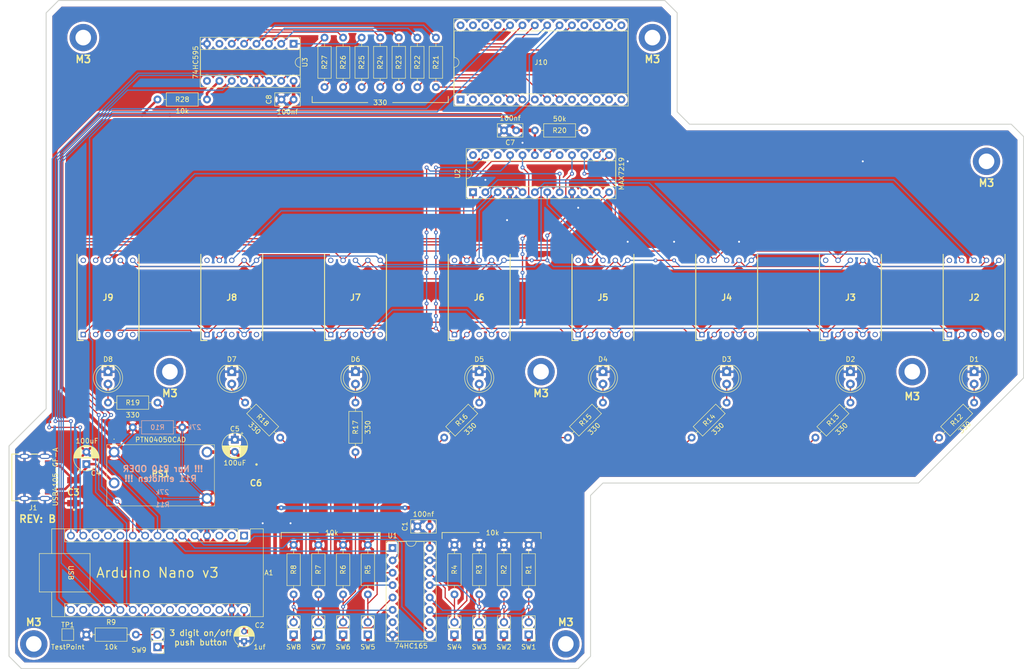
<source format=kicad_pcb>
(kicad_pcb (version 20221018) (generator pcbnew)
  (title_block (title "8bit Addierer") (date "2023-10-29") (rev "B"))
  (layers (0 "F.Cu" signal) (31 "B.Cu" signal) (34 "B.Paste" user) (35 "F.Paste" user) (36 "B.SilkS" user "B.Silkscreen") (37 "F.SilkS" user "F.Silkscreen") (38 "B.Mask" user) (39 "F.Mask" user) (44 "Edge.Cuts" user))
  (net 0 "")
  (net 4 "GNDREF")
  (net 5 "Net-(A1-D2)")
  (net 6 "Net-(A1-D3)")
  (net 7 "Net-(A1-D4)")
  (net 8 "Net-(A1-D5)")
  (net 9 "Net-(A1-D6)")
  (net 10 "Net-(A1-D7)")
  (net 11 "Net-(A1-D11)")
  (net 12 "Net-(A1-D12)")
  (net 13 "Net-(A1-D13)")
  (net 16 "Net-(A1-A3)")
  (net 21 "+5V")
  (net 24 "Net-(D1-A)")
  (net 25 "Net-(D2-A)")
  (net 26 "Net-(D3-A)")
  (net 27 "Net-(D4-A)")
  (net 28 "Net-(D5-A)")
  (net 29 "Net-(D6-A)")
  (net 30 "Net-(D7-A)")
  (net 31 "Net-(D8-A)")
  (net 32 "+6V")
  (net 33 "Net-(U1-D0)")
  (net 34 "Net-(U1-D1)")
  (net 35 "Net-(U1-D2)")
  (net 36 "Net-(U1-D3)")
  (net 37 "Net-(U1-D4)")
  (net 38 "Net-(U1-D5)")
  (net 39 "Net-(U1-D6)")
  (net 40 "Net-(U1-D7)")
  (net 41 "Net-(U2-ISET)")
  (net 44 "Net-(U2-DIG_0)")
  (net 45 "Net-(U2-DIG_4)")
  (net 46 "Net-(U2-DIG_6)")
  (net 47 "Net-(U2-DIG_2)")
  (net 48 "Net-(U2-DIG_3)")
  (net 49 "Net-(U2-DIG_7)")
  (net 50 "Net-(U2-DIG_5)")
  (net 51 "Net-(U2-DIG_1)")
  (net 54 "Net-(U2-SEG_E)")
  (net 55 "Net-(U2-SEG_D)")
  (net 56 "Net-(U2-SEG_C)")
  (net 58 "Net-(U2-SEG_B)")
  (net 59 "Net-(U2-SEG_A)")
  (net 60 "Net-(U2-SEG_F)")
  (net 78 "Net-(A1-A0)")
  (net 79 "Net-(A1-A1)")
  (net 80 "Net-(A1-A2)")
  (net 89 "Net-(U3-QE)")
  (net 91 "Net-(U3-QD)")
  (net 92 "Net-(U3-QC)")
  (net 106 "Net-(J10-Pad5)")
  (net 107 "Net-(J10-Pad6)")
  (net 109 "Net-(J10-Pad8)")
  (net 110 "Net-(J10-Pad9)")
  (net 119 "Net-(J10-Pad19)")
  (net 120 "Net-(J10-Pad22)")
  (net 121 "Net-(J10-Pad23)")
  (net 126 "Net-(U3-QG)")
  (net 127 "Net-(U3-QB)")
  (net 128 "Net-(U3-QF)")
  (net 129 "Net-(U3-QA)")
  (net 130 "Net-(U3-~{SRCLR})")
  (footprint "MountingHole:MountingHole_3.2mm_M3_DIN965_Pad" (layer "F.Cu") (at 58.42 30.48)
    (fp_text reference "H1" hide)
    (fp_text value "MountingHole_Pad")
  )
  (footprint "Resistor_THT:R_Axial_DIN0207_L6.3mm_D2.5mm_P10.16mm_Horizontal" (layer "F.Cu") (at 73.66 43.18)
    (fp_text reference "R28")
    (fp_text value "10k")
  )
  (footprint "LED_THT:LED_D5.0mm" (layer "F.Cu") (at 63.5 99.06 -90)
    (fp_text reference "D8")
    (fp_text value "LED")
  )
  (footprint "Connector_PinHeader_2.54mm:PinHeader_1x02_P2.54mm_Vertical" (layer "F.Cu") (at 101.6 153.035 180)
    (fp_text reference "SW8")
    (fp_text value "SW_Push")
  )
  (footprint "Capacitor_THT:CP_Radial_D5.0mm_P2.50mm" (layer "F.Cu") (at 89.535 113.03 -90)
    (fp_text reference "C5")
    (fp_text value "100uF")
  )
  (footprint "Resistor_THT:R_Axial_DIN0207_L6.3mm_D2.5mm_P10.16mm_Horizontal" (layer "F.Cu") (at 123.19 40.64 90)
    (fp_text reference "R23")
    (fp_text value "330" hide)
  )
  (footprint "Resistor_THT:R_Axial_DIN0207_L6.3mm_D2.5mm_P10.16mm_Horizontal" (layer "F.Cu") (at 119.38 40.64 90)
    (fp_text reference "R24")
    (fp_text value "330" hide)
  )
  (footprint "MountingHole:MountingHole_3.2mm_M3_DIN965_Pad" (layer "F.Cu") (at 228.6 99.06)
    (fp_text reference "H6" hide)
    (fp_text value "MountingHole_Pad")
  )
  (footprint "Capacitor_THT:CP_Radial_D5.0mm_P2.50mm" (layer "F.Cu") (at 59.055 118.045113 90)
    (fp_text reference "C4")
    (fp_text value "100uF")
  )
  (footprint "Capacitor_THT:C_Disc_D5.0mm_W2.5mm_P2.50mm" (layer "F.Cu") (at 147.3 49.53 180)
    (fp_text reference "C7")
    (fp_text value "100nf")
  )
  (footprint "Connector_PinHeader_2.54mm:PinHeader_1x02_P2.54mm_Vertical" (layer "F.Cu") (at 134.62 153.035 180)
    (fp_text reference "SW4")
    (fp_text value "SW_Push")
  )
  (footprint "LED_THT:LED_D5.0mm" (layer "F.Cu") (at 215.9 99.06 -90)
    (fp_text reference "D2")
    (fp_text value "LED")
  )
  (footprint "Resistor_THT:R_Axial_DIN0207_L6.3mm_D2.5mm_P10.16mm_Horizontal" (layer "F.Cu") (at 130.81 40.64 90)
    (fp_text reference "R21")
    (fp_text value "330" hide)
  )
  (footprint "Resistor_THT:R_Axial_DIN0207_L6.3mm_D2.5mm_P10.16mm_Horizontal" (layer "F.Cu") (at 241.3 105.41 -135)
    (fp_text reference "R12")
    (fp_text value "330")
  )
  (footprint "Capacitor_THT:C_Disc_D5.0mm_W2.5mm_P2.50mm" (layer "F.Cu") (at 129.51 130.82 180)
    (fp_text reference "C1")
    (fp_text value "100nf")
  )
  (footprint "SamacSys:DIPS1524W50P254L1270H370Q10N" (layer "F.Cu") (at 160.02 91.44 90)
    (fp_text reference "J5")
    (fp_text value "110-87-610-41-001101" hide)
  )
  (footprint "MountingHole:MountingHole_3.2mm_M3_DIN965_Pad" (layer "F.Cu") (at 152.4 99.06)
    (fp_text reference "H4" hide)
    (fp_text value "MountingHole_Pad")
  )
  (footprint "Resistor_THT:R_Axial_DIN0207_L6.3mm_D2.5mm_P10.16mm_Horizontal" (layer "F.Cu") (at 134.62 134.62 -90)
    (fp_text reference "R4")
    (fp_text value "10k")
  )
  (footprint "MountingHole:MountingHole_3.2mm_M3_DIN965_Pad" (layer "F.Cu") (at 48.26 154.94)
    (fp_text reference "H7" hide)
    (fp_text value "MountingHole_Pad")
  )
  (footprint "LED_THT:LED_D5.0mm" (layer "F.Cu") (at 114.3 99.06 -90)
    (fp_text reference "D6")
    (fp_text value "LED")
  )
  (footprint "SamacSys:DIPS1524W50P254L1270H370Q10N" (layer "F.Cu") (at 210.82 91.44 90)
    (fp_text reference "J3")
    (fp_text value "110-87-610-41-001101" hide)
  )
  (footprint "Connector_PinHeader_2.54mm:PinHeader_1x02_P2.54mm_Vertical" (layer "F.Cu") (at 73.66 155.575 180)
    (fp_text reference "SW9")
    (fp_text value "SW_Push" hide)
  )
  (footprint "SamacSys:DIPS1524W50P254L1270H370Q10N" (layer "F.Cu") (at 236.22 91.44 90)
    (fp_text reference "J2")
    (fp_text value "110-87-610-41-001101" hide)
  )
  (footprint "Package_DIP:DIP-28_W15.24mm_Socket" (layer "F.Cu") (at 135.875 43.185 90)
    (fp_text reference "J10")
    (fp_text value "110-87-628-41-001101")
  )
  (footprint "LED_THT:LED_D5.0mm" (layer "F.Cu") (at 241.3 99.06 -90)
    (fp_text reference "D1")
    (fp_text value "LED")
  )
  (footprint "SamacSys:DIPS1524W50P254L1270H370Q10N" (layer "F.Cu") (at 134.62 91.44 90)
    (fp_text reference "J6")
    (fp_text value "110-87-610-41-001101" hide)
  )
  (footprint "Package_DIP:DIP-16_W7.62mm_Socket" (layer "F.Cu") (at 121.92 135.255)
    (fp_text reference "U1")
    (fp_text value "74HC165")
  )
  (footprint "LED_THT:LED_D5.0mm" (layer "F.Cu") (at 139.7 99.06 -90)
    (fp_text reference "D5")
    (fp_text value "LED")
  )
  (footprint "Resistor_THT:R_Axial_DIN0207_L6.3mm_D2.5mm_P10.16mm_Horizontal" (layer "F.Cu") (at 101.6 134.62 -90)
    (fp_text reference "R8")
    (fp_text value "10k")
  )
  (footprint "Resistor_THT:R_Axial_DIN0207_L6.3mm_D2.5mm_P10.16mm_Horizontal" (layer "F.Cu") (at 107.95 40.64 90)
    (fp_text reference "R27")
    (fp_text value "330" hide)
  )
  (footprint "Resistor_THT:R_Axial_DIN0207_L6.3mm_D2.5mm_P10.16mm_Horizontal" (layer "F.Cu") (at 111.76 40.64 90)
    (fp_text reference "R26")
    (fp_text value "330" hide)
  )
  (footprint "TestPoint:TestPoint_Pad_2.0x2.0mm" (layer "F.Cu") (at 55.245 153.035)
    (fp_text reference "TP1")
    (fp_text value "TestPoint")
  )
  (footprint "Resistor_THT:R_Axial_DIN0207_L6.3mm_D2.5mm_P10.16mm_Horizontal" (layer "F.Cu") (at 165.1 105.41 -135)
    (fp_text reference "R15")
    (fp_text value "330")
  )
  (footprint "SamacSys:DIPS1524W50P254L1270H370Q10N" (layer "F.Cu") (at 185.42 91.44 90)
    (fp_text reference "J4")
    (fp_text value "110-87-610-41-001101" hide)
  )
  (footprint "Connector_PinHeader_2.54mm:PinHeader_1x02_P2.54mm_Vertical" (layer "F.Cu") (at 139.7 153.035 180)
    (fp_text reference "SW3")
    (fp_text value "SW_Push")
  )
  (footprint "Resistor_THT:R_Axial_DIN0207_L6.3mm_D2.5mm_P10.16mm_Horizontal" (layer "F.Cu") (at 91.657898 105.41 -45)
    (fp_text reference "R18")
    (fp_text value "330")
  )
  (footprint "SamacSys:PTN04050CAH" (layer "F.Cu") (at 64.765 115.57)
    (fp_text reference "PS1")
    (fp_text value "PTN04050CAD" hide)
  )
  (footprint "LED_THT:LED_D5.0mm" (layer "F.Cu") (at 88.9 99.06 -90)
    (fp_text reference "D7")
    (fp_text value "LED")
  )
  (footprint "Resistor_THT:R_Axial_DIN0207_L6.3mm_D2.5mm_P10.16mm_Horizontal" (layer "F.Cu") (at 139.7 134.62 -90)
    (fp_text reference "R3")
    (fp_text value "10k")
  )
  (footprint "Package_DIP:DIP-16_W7.62mm_Socket" (layer "F.Cu") (at 101.6 31.75 -90)
    (fp_text reference "U3")
    (fp_text value "74HC595")
  )
  (footprint "Connector_PinHeader_2.54mm:PinHeader_1x02_P2.54mm_Vertical" (layer "F.Cu") (at 116.84 153.035 180)
    (fp_text reference "SW5")
    (fp_text value "SW_Push")
  )
  (footprint "SamacSys:DIPS1524W50P254L1270H370Q10N" (layer "F.Cu") (at 83.82 91.44 90)
    (fp_text reference "J8")
    (fp_text value "110-87-610-41-001101" hide)
  )
  (footprint "SamacSys:C4532_Commercial" (layer "F.Cu") (at 56.515 123.698 90)
    (fp_text reference "C3")
    (fp_text value "22uF" hide)
  )
  (footprint "Connector_PinHeader_2.54mm:PinHeader_1x02_P2.54mm_Vertical" (layer "F.Cu") (at 149.86 153.035 180)
    (fp_text reference "SW1")
    (fp_text value "SW_Push")
  )
  (footprint "Capacitor_THT:C_Disc_D5.0mm_W2.5mm_P2.50mm" (layer "F.Cu") (at 101.6 43.18 180)
    (fp_text reference "C8")
    (fp_text value "100nf")
  )
  (footprint "SamacSys:C4532_Commercial" (layer "F.Cu") (at 93.98 121.812 -90)
    (fp_text reference "C6")
    (fp_text value "22uF" hide)
  )
  (footprint "SamacSys:DIPS1524W50P254L1270H370Q10N" (layer "F.Cu") (at 58.42 91.44 90)
    (fp_text reference "J9")
    (fp_text value "110-87-610-41-001101" hide)
  )
  (footprint "LED_THT:LED_D5.0mm" (layer "F.Cu") (at 165.1 99.06 -90)
    (fp_text reference "D4")
    (fp_text value "LED")
  )
  (footprint "MountingHole:MountingHole_3.2mm_M3_DIN965_Pad" (layer "F.Cu") (at 76.2 99.06)
    (fp_text reference "H3" hide)
    (fp_text value "MountingHole_Pad")
  )
  (footprint "Resistor_THT:R_Axial_DIN0207_L6.3mm_D2.5mm_P10.16mm_Horizontal" (layer "F.Cu") (at 111.76 134.62 -90)
    (fp_text reference "R6")
    (fp_text value "10k")
  )
  (footprint "Module:Arduino_Nano" (layer "F.Cu") (at 91.44 132.715 -90)
    (fp_text reference "A1")
    (fp_text value "Arduino Nano v3")
  )
  (footprint "Resistor_THT:R_Axial_DIN0207_L6.3mm_D2.5mm_P10.16mm_Horizontal" (layer "F.Cu") (at 144.78 134.62 -90)
    (fp_text reference "R2")
    (fp_text value "10k")
  )
  (footprint "Resistor_THT:R_Axial_DIN0207_L6.3mm_D2.5mm_P10.16mm_Horizontal" (layer "F.Cu") (at 115.57 40.64 90)
    (fp_text reference "R25")
    (fp_text value "330" hide)
  )
  (footprint "Connector_PinHeader_2.54mm:PinHeader_1x02_P2.54mm_Vertical" (layer "F.Cu") (at 144.78 153.035 180)
    (fp_text reference "SW2")
    (fp_text value "SW_Push")
  )
  (footprint "Resistor_THT:R_Axial_DIN0207_L6.3mm_D2.5mm_P10.16mm_Horizontal" (layer "F.Cu") (at 59.055 153.035)
    (fp_text reference "R9")
    (fp_text value "10k")
  )
  (footprint "Resistor_THT:R_Axial_DIN0207_L6.3mm_D2.5mm_P10.16mm_Horizontal" (layer "F.Cu") (at 161.29 49.53 180)
    (fp_text reference "R20")
    (fp_text value "50k")
  )
  (footprint "MountingHole:MountingHole_3.2mm_M3_DIN965_Pad" (layer "F.Cu") (at 157.48 154.94)
    (fp_text reference "H8" hide)
    (fp_text value "MountingHole_Pad")
  )
  (footprint "Resistor_THT:R_Axial_DIN0207_L6.3mm_D2.5mm_P10.16mm_Horizontal" (layer "F.Cu") (at 190.5 105.41 -135)
    (fp_text reference "R14")
    (fp_text value "330")
  )
  (footprint "Capacitor_THT:CP_Radial_D4.0mm_P2.00mm" (layer "F.Cu") (at 91.44 154.4 90)
    (fp_text reference "C2")
    (fp_text value "1uf")
  )
  (footprint "Resistor_THT:R_Axial_DIN0207_L6.3mm_D2.5mm_P10.16mm_Horizontal" (layer "F.Cu") (at 106.68 134.62 -90)
    (fp_text reference "R7")
    (fp_text value "10k")
  )
  (footprint "Connector_PinHeader_2.54mm:PinHeader_1x02_P2.54mm_Vertical" (layer "F.Cu") (at 106.68 153.035 180)
    (fp_text reference "SW7")
    (fp_text value "SW_Push")
  )
  (footprint "Resistor_THT:R_Axial_DIN0207_L6.3mm_D2.5mm_P10.16mm_Horizontal" (layer "F.Cu") (at 63.5 105.41)
    (fp_text reference "R19")
    (fp_text value "330")
  )
  (footprint "Resistor_THT:R_Axial_DIN0207_L6.3mm_D2.5mm_P10.16mm_Horizontal" (layer "F.Cu") (at 215.9 105.41 -135)
    (fp_text reference "R13")
    (fp_text value "330")
  )
  (footprint "SamacSys:GCT_USB4105-GF-A" (layer "F.Cu") (at 46.355 120.7655 -90)
    (fp_text reference "J1")
    (fp_text value "USB4105-GF-A")
  )
  (footprint "Resistor_THT:R_Axial_DIN0207_L6.3mm_D2.5mm_P10.16mm_Horizontal" (layer "F.Cu") (at 114.3 105.41 -90)
    (fp_text reference "R17")
    (fp_text value "330")
  )
  (footprint "MountingHole:MountingHole_3.2mm_M3_DIN965_Pad" (layer "F.Cu") (at 175.26 30.48)
    (fp_text reference "H2" hide)
    (fp_text value "MountingHole_Pad")
  )
  (footprint "Connector_PinHeader_2.54mm:PinHeader_1x02_P2.54mm_Vertical" (layer "F.Cu") (at 111.76 153.035 180)
    (fp_text reference "SW6")
    (fp_text value "SW_Push")
  )
  (footprint "Resistor_THT:R_Axial_DIN0207_L6.3mm_D2.5mm_P10.16mm_Horizontal" (layer "F.Cu") (at 149.86 134.62 -90)
    (fp_text reference "R1")
    (fp_text value "10k")
  )
  (footprint "Resistor_THT:R_Axial_DIN0207_L6.3mm_D2.5mm_P10.16mm_Horizontal" (layer "F.Cu") (at 116.84 134.62 -90)
    (fp_text reference "R5")
    (fp_text value "10k")
  )
  (footprint "MountingHole:MountingHole_3.2mm_M3_DIN965_Pad" (layer "F.Cu") (at 243.84 55.88)
    (fp_text reference "H5" hide)
    (fp_text value "MountingHole_Pad")
  )
  (footprint "Package_DIP:DIP-24_W7.62mm_Socket" (layer "F.Cu") (at 138.425 62.22 90)
    (fp_text reference "U2")
    (fp_text value "MAX7219")
  )
  (footprint "Resistor_THT:R_Axial_DIN0207_L6.3mm_D2.5mm_P10.16mm_Horizontal" (layer "F.Cu") (at 127 40.64 90)
    (fp_text reference "R22")
    (fp_text value "330" hide)
  )
  (footprint "LED_THT:LED_D5.0mm" (layer "F.Cu") (at 190.5 99.06 -90)
    (fp_text reference "D3")
    (fp_text value "LED")
  )
  (footprint "SamacSys:DIPS1524W50P254L1270H370Q10N" (layer "F.Cu") (at 109.22 91.44 90)
    (fp_text reference "J7")
    (fp_text value "110-87-610-41-001101" hide)
  )
  (footprint "Resistor_THT:R_Axial_DIN0207_L6.3mm_D2.5mm_P10.16mm_Horizontal" (layer "F.Cu") (at 139.7 105.41 -135)
    (fp_text reference "R16")
    (fp_text value "330")
  )
  (footprint "Resistor_THT:R_Axial_DIN0207_L6.3mm_D2.5mm_P10.16mm_Horizontal" (layer "B.Cu") (at 68.58 110.49)
    (fp_text reference "R10")
    (fp_text value "27k")
  )
  (footprint "Resistor_SMD:R_0201_0603Metric" (layer "B.Cu") (at 74.676 125.095)
    (fp_text reference "R11")
    (fp_text value "27k")
  )
  (gr_line (start 121.92 43.815) (end 133.35 43.815) (stroke (width 0.15)) (layer "F.SilkS"))
  (gr_line (start 106.68 132.08) (end 99.06 132.08) (stroke (width 0.15)) (layer "F.SilkS"))
  (gr_line (start 139.7 132.08) (end 132.08 132.08) (stroke (width 0.15)) (layer "F.SilkS"))
  (gr_line (start 119.38 132.08) (end 111.76 132.08) (stroke (width 0.15)) (layer "F.SilkS"))
  (gr_line (start 152.4 133.35) (end 152.4 132.08) (stroke (width 0.15)) (layer "F.SilkS"))
  (gr_line (start 99.06 132.08) (end 99.06 133.35) (stroke (width 0.15)) (layer "F.SilkS"))
  (gr_line (start 119.38 133.35) (end 119.38 132.08) (stroke (width 0.15)) (layer "F.SilkS"))
  (gr_line (start 105.41 43.815) (end 105.41 42.545) (stroke (width 0.15)) (layer "F.SilkS"))
  (gr_line (start 132.08 132.08) (end 132.08 133.35) (stroke (width 0.15)) (layer "F.SilkS"))
  (gr_line (start 133.35 43.815) (end 133.35 42.545) (stroke (width 0.15)) (layer "F.SilkS"))
  (gr_line (start 116.84 43.815) (end 105.41 43.815) (stroke (width 0.15)) (layer "F.SilkS"))
  (gr_line (start 144.78 132.08) (end 152.4 132.08) (stroke (width 0.15)) (layer "F.SilkS"))
  (gr_poly (pts (xy 160.02 160.02) (xy 45.72 160.02) (xy 43.18 157.48) (xy 43.18 114.3) (xy 50.8 106.68) (xy 50.8 25.4) (xy 53.34 22.86) (xy 177.8 22.86) (xy 180.34 25.4) (xy 180.34 45.72) (xy 182.88 48.26) (xy 248.92 48.26) (xy 251.46 50.8) (xy 251.46 100.33) (xy 229.87 121.92) (xy 165.1 121.92) (xy 162.56 124.46) (xy 162.56 157.48)) (stroke (width 0.2)) (fill none) (layer "Edge.Cuts"))
  (gr_text "!!! Nur R10 ODER \nR11 einlöten !!!" (at 74.295 120.015) (layer "B.SilkS") (effects (font (size 1.25 1.25) (thickness 0.25) bold) (justify mirror)))
  (gr_text "M3" (at 175.26 34.925) (layer "F.SilkS") (effects (font (size 1.5 1.5) (thickness 0.3) bold)))
  (gr_text "M3" (at 58.42 34.925) (layer "F.SilkS") (effects (font (size 1.5 1.5) (thickness 0.3) bold)))
  (gr_text "330" (at 119.38 43.815) (layer "F.SilkS") (effects (font (size 1 1))))
  (gr_text "M3" (at 157.48 150.495) (layer "F.SilkS") (effects (font (size 1.5 1.5) (thickness 0.3) bold)))
  (gr_text "M3" (at 228.6 104.14) (layer "F.SilkS") (effects (font (size 1.5 1.5) (thickness 0.3) bold)))
  (gr_text "10k" (at 140.97 132.715) (layer "F.SilkS") (effects (font (size 1 1)) (justify left bottom)))
  (gr_text "10k" (at 107.95 132.715) (layer "F.SilkS") (effects (font (size 1 1)) (justify left bottom)))
  (gr_text "3 digit on/off\npush button" (at 82.55 153.67) (layer "F.SilkS") (effects (font (size 1.2 1.2) (thickness 0.2) bold)))
  (gr_text "M3" (at 76.2 103.505) (layer "F.SilkS") (effects (font (size 1.5 1.5) (thickness 0.3) bold)))
  (gr_text "M3" (at 48.26 150.495) (layer "F.SilkS") (effects (font (size 1.5 1.5) (thickness 0.3) bold)))
  (gr_text "REV: B" (at 45.085 130.175) (layer "F.SilkS") (effects (font (size 1.5 1.5) (thickness 0.3) bold) (justify left bottom)))
  (gr_text "PTN04050CAD" (at 74.295 113.03) (layer "F.SilkS") (effects (font (size 1 1))))
  (gr_text "M3" (at 152.4 103.505) (layer "F.SilkS") (effects (font (size 1.5 1.5) (thickness 0.3) bold)))
  (gr_text "M3" (at 243.84 60.325) (layer "F.SilkS") (effects (font (size 1.5 1.5) (thickness 0.3) bold)))
  (segment (start 88.9 147.955) (end 88.9 149.86) (width 1) (layer "F.Cu") (net 4))
  (segment (start 83.82 132.715) (end 83.82 134.62) (width 1) (layer "F.Cu") (net 4))
  (segment (start 121.92 153.035) (end 123.825 153.035) (width 0.75) (layer "F.Cu") (net 4))
  (segment (start 158.745 64.13) (end 158.75 64.135) (width 0.25) (layer "F.Cu") (net 4))
  (segment (start 158.745 62.22) (end 158.745 64.13) (width 0.75) (layer "F.Cu") (net 4))
  (segment (start 88.9 147.955) (end 88.9 146.05) (width 1) (layer "F.Cu") (net 4))
  (segment (start 83.82 132.715) (end 83.82 130.81) (width 1) (layer "F.Cu") (net 4))
  (segment (start 51.11 123.9655) (end 55.245 123.9655) (width 0.5) (layer "F.Cu") (net 4))
  (segment (start 93.98 39.37) (end 93.98 37.465) (width 0.75) (layer "F.Cu") (net 4))
  (segment (start 146.045 62.22) (end 146.045 64.13) (width 0.75) (layer "F.Cu") (net 4))
  (segment (start 93.98 39.37) (end 93.98 41.275) (width 0.75) (layer "F.Cu") (net 4))
  (segment (start 158.745 62.22) (end 158.745 60.33) (width 0.75) (layer "F.Cu") (net 4))
  (segment (start 158.75 60.325) (end 158.745 60.33) (width 0.25) (layer "F.Cu") (net 4))
  (segment (start 51.11 117.5655) (end 54.61 117.5655) (width 0.5) (layer "F.Cu") (net 4))
  (segment (start 146.045 62.22) (end 146.045 60.33) (width 0.75) (layer "F.Cu") (net 4))
  (via (at 179.705 72.39) (size 0.8) (drill 0.4) (layers "F.Cu" "B.Cu") (net 4))
  (via (at 170.18 55.88) (size 0.8) (drill 0.4) (layers "F.Cu" "B.Cu") (net 4))
  (via (at 218.44 55.88) (size 0.8) (drill 0.4) (layers "F.Cu" "B.Cu") (net 4))
  (via (at 140.97 59.69) (size 0.8) (drill 0.4) (layers "F.Cu" "B.Cu") (net 4))
  (via (at 160.02 65.405) (size 0.8) (drill 0.4) (layers "F.Cu" "B.Cu") (net 4))
  (via (at 193.04 72.39) (size 0.8) (drill 0.4) (layers "F.Cu" "B.Cu") (net 4))
  (via (at 95.25 130.175) (size 0.8) (drill 0.4) (layers "F.Cu" "B.Cu") (net 4))
  (via (at 145.415 67.945) (size 0.8) (drill 0.4) (layers "F.Cu" "B.Cu") (net 4))
  (via (at 170.18 72.39) (size 0.8) (drill 0.4) (layers "F.Cu" "B.Cu") (net 4))
  (via (at 100.965 130.175) (size 0.8) (drill 0.4) (layers "F.Cu" "B.Cu") (net 4))
  (via (at 148.59 52.07) (size 0.8) (drill 0.4) (layers "F.Cu" "B.Cu") (net 4))
  (segment (start 68.58 110.49) (end 68.58 111.755) (width 0.25) (layer "B.Cu") (net 4))
  (segment (start 74.356 125.095) (end 74.29 125.095) (width 0.25) (layer "B.Cu") (net 4))
  (segment (start 74.29 125.095) (end 64.765 115.57) (width 0.25) (layer "B.Cu") (net 4))
  (segment (start 75.001 125.09) (end 74.996 125.095) (width 0.25) (layer "B.Cu") (net 4))
  (segment (start 83.825 125.09) (end 75.001 125.09) (width 0.25) (layer "B.Cu") (net 4))
  (segment (start 78.74 110.49) (end 78.74 120.005) (width 0.25) (layer "B.Cu") (net 4))
  (segment (start 68.58 111.755) (end 64.765 115.57) (width 0.25) (layer "B.Cu") (net 4))
  (segment (start 78.74 120.005) (end 83.825 125.09) (width 0.25) (layer "B.Cu") (net 4))
  (segment (start 91.785 134.62) (end 83.185 134.62) (width 0.25) (layer "B.Cu") (net 5))
  (segment (start 93.545 132.86) (end 91.785 134.62) (width 0.25) (layer "B.Cu") (net 5))
  (segment (start 122.411396 132.86) (end 93.545 132.86) (width 0.25) (layer "B.Cu") (net 5))
  (segment (start 83.185 134.62) (end 81.28 132.715) (width 0.25) (layer "B.Cu") (net 5))
  (segment (start 123.825 147.319999) (end 123.825 134.273604) (width 0.25) (layer "B.Cu") (net 5))
  (segment (start 123.825 134.273604) (end 122.411396 132.86) (width 0.25) (layer "B.Cu") (net 5))
  (segment (start 129.54 153.035) (end 123.825 147.319999) (width 0.25) (layer "B.Cu") (net 5))
  (segment (start 99.374009 135.255) (end 101.134009 133.495) (width 0.25) (layer "B.Cu") (net 6))
  (segment (start 123.045 134.13) (end 123.045 136.67) (width 0.25) (layer "B.Cu") (net 6))
  (segment (start 81.28 135.255) (end 99.374009 135.255) (width 0.25) (layer "B.Cu") (net 6))
  (segment (start 78.74 132.715) (end 81.28 135.255) (width 0.25) (layer "B.Cu") (net 6))
  (segment (start 101.134009 133.495) (end 122.41 133.495) (width 0.25) (layer "B.Cu") (net 6))
  (segment (start 122.41 133.495) (end 123.045 134.13) (width 0.25) (layer "B.Cu") (net 6))
  (segment (start 123.045 136.67) (end 121.92 137.795) (width 0.25) (layer "B.Cu") (net 6))
  (segment (start 79.375 135.89) (end 76.2 132.715) (width 0.25) (layer "B.Cu") (net 7))
  (segment (start 121.285 135.89) (end 79.375 135.89) (width 0.25) (layer "B.Cu") (net 7))
  (segment (start 121.92 135.255) (end 121.285 135.89) (width 0.25) (layer "B.Cu") (net 7))
  (segment (start 64.135 107.95) (end 56.515 100.33) (width 0.25) (layer "F.Cu") (net 8))
  (segment (start 58.421396 73.025) (end 155.56 73.025) (width 0.25) (layer "F.Cu") (net 8))
  (segment (start 56.515 100.33) (end 56.515 74.931396) (width 0.25) (layer "F.Cu") (net 8))
  (segment (start 56.515 74.931396) (end 58.421396 73.025) (width 0.25) (layer "F.Cu") (net 8))
  (segment (start 155.56 73.025) (end 166.365 62.22) (width 0.25) (layer "F.Cu") (net 8))
  (via (at 64.135 107.95) (size 0.8) (drill 0.4) (layers "F.Cu" "B.Cu") (net 8))
  (segment (start 62.865 109.22) (end 62.865 117.994745) (width 0.25) (layer "B.Cu") (net 8))
  (segment (start 64.135 107.95) (end 62.865 109.22) (width 0.25) (layer "B.Cu") (net 8))
  (segment (start 62.865 117.994745) (end 73.66 128.789745) (width 0.25) (layer "B.Cu") (net 8))
  (segment (start 73.66 128.789745) (end 73.66 132.715) (width 0.25) (layer "B.Cu") (net 8))
  (segment (start 58.42 71.755) (end 133.985 71.755) (width 0.25) (layer "F.Cu") (net 9))
  (segment (start 142.24 55.88) (end 165.085 55.88) (width 0.25) (layer "F.Cu") (net 9))
  (segment (start 61.595 107.95) (end 55.245 101.6) (width 0.25) (layer "F.Cu") (net 9))
  (segment (start 165.085 55.88) (end 166.365 54.6) (width 0.25) (layer "F.Cu") (net 9))
  (segment (start 55.245 101.6) (end 55.245 74.93) (width 0.25) (layer "F.Cu") (net 9))
  (segment (start 55.245 74.93) (end 58.42 71.755) (width 0.25) (layer "F.Cu") (net 9))
  (segment (start 136.525 61.595) (end 142.24 55.88) (width 0.25) (layer "F.Cu") (net 9))
  (segment (start 133.985 71.755) (end 136.525 69.215) (width 0.25) (layer "F.Cu") (net 9))
  (segment (start 136.525 69.215) (end 136.525 61.595) (width 0.25) (layer "F.Cu") (net 9))
  (via (at 61.595 107.95) (size 0.8) (drill 0.4) (layers "F.Cu" "B.Cu") (net 9))
  (segment (start 61.595 107.95) (end 61.595 123.19) (width 0.25) (layer "B.Cu") (net 9))
  (segment (start 61.595 123.19) (end 71.12 132.715) (width 0.25) (layer "B.Cu") (net 9))
  (segment (start 62.865 107.95) (end 55.88 100.965) (width 0.25) (layer "F.Cu") (net 10))
  (segment (start 55.88 100.965) (end 55.88 74.93) (width 0.25) (layer "F.Cu") (net 10))
  (segment (start 68.58 132.715) (end 68.58 128.905) (width 0.25) (layer "F.Cu") (net 10))
  (segment (start 68.58 128.905) (end 65.405 125.73) (width 0.25) (layer "F.Cu") (net 10))
  (segment (start 58.42 72.39) (end 135.89 72.39) (width 0.25) (layer "F.Cu") (net 10))
  (segment (start 138.425 69.855) (end 138.425 62.22) (width 0.25) (layer "F.Cu") (net 10))
  (segment (start 55.88 74.93) (end 58.42 72.39) (width 0.25) (layer "F.Cu") (net 10))
  (segment (start 135.89 72.39) (end 138.425 69.855) (width 0.25) (layer "F.Cu") (net 10))
  (via (at 62.865 107.95) (size 0.8) (drill 0.4) (layers "F.Cu" "B.Cu") (net 10))
  (via (at 65.405 125.73) (size 0.8) (drill 0.4) (layers "F.Cu" "B.Cu") (net 10))
  (segment (start 62.23 108.585) (end 62.23 122.555) (width 0.25) (layer "B.Cu") (net 10))
  (segment (start 62.23 122.555) (end 65.405 125.73) (width 0.25) (layer "B.Cu") (net 10))
  (segment (start 62.865 107.95) (end 62.23 108.585) (width 0.25) (layer "B.Cu") (net 10))
  (segment (start 51.435 110.49) (end 57.785 110.49) (width 0.25) (layer "F.Cu") (net 11))
  (via (at 51.435 110.49) (size 0.8) (drill 0.4) (layers "F.Cu" "B.Cu") (net 11))
  (via (at 57.785 110.49) (size 0.8) (drill 0.4) (layers "F.Cu" "B.Cu") (net 11))
  (segment (start 96.52 39.37) (end 94.945 37.795) (width 0.25) (layer "B.Cu") (net 11))
  (segment (start 52.07 55.37) (end 52.07 108.585) (width 0.25) (layer "B.Cu") (net 11))
  (segment (start 51.435 109.22) (end 51.435 110.49) (width 0.25) (layer "B.Cu") (net 11))
  (segment (start 57.785 110.49) (end 57.785 132.08) (width 0.25) (layer "B.Cu") (net 11))
  (segment (start 69.645 37.795) (end 52.07 55.37) (width 0.25) (layer "B.Cu") (net 11))
  (segment (start 94.945 37.795) (end 69.645 37.795) (width 0.25) (layer "B.Cu") (net 11))
  (segment (start 52.07 108.585) (end 51.435 109.22) (width 0.25) (layer "B.Cu") (net 11))
  (segment (start 57.785 132.08) (end 58.42 132.715) (width 0.25) (layer "B.Cu") (net 11))
  (segment (start 52.705 109.22) (end 55.88 109.22) (width 0.25) (layer "F.Cu") (net 12))
  (via (at 52.705 109.22) (size 0.8) (drill 0.4) (layers "F.Cu" "B.Cu") (net 12))
  (via (at 55.88 109.22) (size 0.8) (drill 0.4) (layers "F.Cu" "B.Cu") (net 12))
  (segment (start 69.892321 38.245) (end 52.705 55.432321) (width 0.25) (layer "B.Cu") (net 12))
  (segment (start 90.315 38.245) (end 69.892321 38.245) (width 0.25) (layer "B.Cu") (net 12))
  (segment (start 55.88 132.715) (end 55.88 109.22) (width 0.25) (layer "B.Cu") (net 12))
  (segment (start 52.705 55.432321) (end 52.705 109.22) (width 0.25) (layer "B.Cu") (net 12))
  (segment (start 91.44 39.37) (end 90.315 38.245) (width 0.25) (layer "B.Cu") (net 12))
  (segment (start 53.155 55.618717) (end 67.498717 41.275) (width 0.25) (layer "B.Cu") (net 13))
  (segment (start 53.43 145.505) (end 53.43 108.919695) (width 0.25) (layer "B.Cu") (net 13))
  (segment (start 67.498717 41.275) (end 86.995 41.275) (width 0.25) (layer "B.Cu") (net 13))
  (segment (start 53.43 108.919695) (end 53.155 108.644695) (width 0.25) (layer "B.Cu") (net 13))
  (segment (start 55.88 147.955) (end 53.43 145.505) (width 0.25) (layer "B.Cu") (net 13))
  (segment (start 53.155 108.644695) (end 53.155 55.618717) (width 0.25) (layer "B.Cu") (net 13))
  (segment (start 86.995 41.275) (end 88.9 39.37) (width 0.25) (layer "B.Cu") (net 13))
  (segment (start 72.39 153.035) (end 71.12 151.765) (width 0.25) (layer "F.Cu") (net 16))
  (segment (start 73.66 153.035) (end 69.215 153.035) (width 0.25) (layer "F.Cu") (net 16))
  (segment (start 71.12 151.765) (end 71.12 147.955) (width 0.25) (layer "F.Cu") (net 16))
  (segment (start 56.515 121.348) (end 59.055 118.808) (width 0.5) (layer "F.Cu") (net 21))
  (segment (start 59.055 118.045113) (end 60.900113 118.045113) (width 0.5) (layer "F.Cu") (net 21))
  (segment (start 59.055 118.808) (end 59.055 118.045113) (width 0.5) (layer "F.Cu") (net 21))
  (segment (start 53.5325 118.3655) (end 56.515 121.348) (width 0.5) (layer "F.Cu") (net 21))
  (segment (start 51.11 123.1655) (end 54.6975 123.1655) (width 0.5) (layer "F.Cu") (net 21))
  (segment (start 64.755 121.9) (end 64.765 121.91) (width 0.75) (layer "F.Cu") (net 21))
  (segment (start 51.11 118.3655) (end 53.5325 118.3655) (width 0.5) (layer "F.Cu") (net 21))
  (segment (start 54.6975 123.1655) (end 56.515 121.348) (width 0.5) (layer "F.Cu") (net 21))
  (segment (start 60.900113 118.045113) (end 64.765 121.91) (width 0.5) (layer "F.Cu") (net 21))
  (segment (start 241.3 101.6) (end 241.3 105.41) (width 0.25) (layer "F.Cu") (net 24))
  (segment (start 215.9 101.6) (end 215.9 105.41) (width 0.25) (layer "F.Cu") (net 25))
  (segment (start 190.5 101.6) (end 190.5 105.41) (width 0.25) (layer "F.Cu") (net 26))
  (segment (start 165.1 101.6) (end 165.1 105.41) (width 0.25) (layer "F.Cu") (net 27))
  (segment (start 139.7 101.6) (end 139.7 105.41) (width 0.25) (layer "F.Cu") (net 28))
  (segment (start 114.3 101.6) (end 114.3 105.41) (width 0.25) (layer "F.Cu") (net 29))
  (segment (start 88.9 102.652102) (end 91.657898 105.41) (width 0.25) (layer "F.Cu") (net 30))
  (segment (start 88.9 101.6) (end 88.9 102.652102) (width 0.25) (layer "F.Cu") (net 30))
  (segment (start 63.5 101.6) (end 63.5 105.41) (width 0.25) (layer "F.Cu") (net 31))
  (segment (start 111.76 154.94) (end 109.855 156.845) (width 0.75) (layer "F.Cu") (net 32))
  (segment (start 134.62 153.035) (end 134.62 154.94) (width 0.75) (layer "F.Cu") (net 32))
  (segment (start 139.7 154.94) (end 137.795 156.845) (width 0.75) (layer "F.Cu") (net 32))
  (segment (start 100.6475 156.5375) (end 100.6475 156.5275) (width 0.75) (layer "F.Cu") (net 32))
  (segment (start 98.425 46.355) (end 144.125 46.355) (width 0.75) (layer "F.Cu") (net 32))
  (segment (start 76.2 46.355) (end 70.485 46.355) (width 0.75) (layer "F.Cu") (net 32))
  (segment (start 147.3 49.53) (end 151.13 49.53) (width 0.75) (layer "F.Cu") (net 32))
  (segment (start 93.467 119.462) (end 93.98 119.462) (width 0.25) (layer "F.Cu") (net 32))
  (segment (start 76.835 156.845) (end 75.565 155.575) (width 0.75) (layer "F.Cu") (net 32))
  (segment (start 129.51 128.24) (end 129.51 130.82) (width 0.75) (layer "F.Cu") (net 32))
  (segment (start 144.125 46.355) (end 147.3 49.53) (width 0.75) (layer "F.Cu") (net 32))
  (segment (start 100.6475 156.5275) (end 99.3775 155.2575) (width 0.75) (layer "F.Cu") (net 32))
  (segment (start 100.6475 155.2575) (end 99.3775 155.2575) (width 0.75) (layer "F.Cu") (net 32))
  (segment (start 100.96 156.85) (end 100.6475 156.5375) (width 0.75) (layer "F.Cu") (net 32))
  (segment (start 93.98 119.462) (end 97.79 119.462) (width 0.75) (layer "F.Cu") (net 32))
  (segment (start 91.44 147.955) (end 91.44 152.4) (width 0.5) (layer "F.Cu") (net 32))
  (segment (start 75.565 155.575) (end 73.66 155.575) (width 0.75) (layer "F.Cu") (net 32))
  (segment (start 83.825 115.57) (end 89.495 115.57) (width 0.75) (layer "F.Cu") (net 32))
  (segment (start 89.495 115.57) (end 89.535 115.53) (width 0.25) (layer "F.Cu") (net 32))
  (segment (start 151.13 49.53) (end 151.13 54.595) (width 0.5) (layer "F.Cu") (net 32))
  (segment (start 111.76 153.035) (end 111.76 154.94) (width 0.75) (layer "F.Cu") (net 32))
  (segment (start 149.86 153.035) (end 149.86 154.94) (width 0.75) (layer "F.Cu") (net 32))
  (segment (start 53.975 53.975) (end 53.975 102.235) (width 0.75) (layer "F.Cu") (net 32))
  (segment (start 61.595 46.355) (end 53.975 53.975) (width 0.75) (layer "F.Cu") (net 32))
  (segment (start 128.27 127) (end 129.51 128.24) (width 0.75) (layer "F.Cu") (net 32))
  (segment (start 89.535 115.53) (end 93.467 119.462) (width 0.75) (layer "F.Cu") (net 32))
  (segment (start 129.54 130.85) (end 129.51 130.82) (width 0.25) (layer "F.Cu") (net 32))
  (segment (start 129.54 135.255) (end 129.54 130.85) (width 0.5) (layer "F.Cu") (net 32))
  (segment (start 101.6 153.035) (end 101.6 154.305) (width 0.75) (layer "F.Cu") (net 32))
  (segment (start 151.13 54.595) (end 151.125 54.6) (width 0.25) (layer "F.Cu") (net 32))
  (segment (start 151.125 49.535) (end 151.13 49.53) (width 0.25) (layer "F.Cu") (net 32))
  (segment (start 53.975 102.235) (end 71.202 119.462) (width 0.75) (layer "F.Cu") (net 32))
  (segment (start 101.6 154.305) (end 100.6475 155.2575) (width 0.75) (layer "F.Cu") (net 32))
  (segment (start 116.84 154.94) (end 114.935 156.845) (width 0.75) (layer "F.Cu") (net 32))
  (segment (start 124.46 127) (end 128.27 127) (width 0.75) (layer "F.Cu") (net 32))
  (segment (start 139.7 153.035) (end 139.7 154.94) (width 0.75) (layer "F.Cu") (net 32))
  (segment (start 144.78 154.94) (end 142.875 156.845) (width 0.75) (layer "F.Cu") (net 32))
  (segment (start 100.965 156.845) (end 100.6475 156.5275) (width 0.75) (layer "F.Cu") (net 32))
  (segment (start 101.6 39.37) (end 101.6 43.18) (width 0.75) (layer "F.Cu") (net 32))
  (segment (start 97.79 127) (end 99.06 127) (width 0.75) (layer "F.Cu") (net 32))
  (segment (start 116.84 153.035) (end 116.84 154.94) (width 0.75) (layer "F.Cu") (net 32))
  (segment (start 134.62 154.94) (end 132.715 156.845) (width 0.75) (layer "F.Cu") (net 32))
  (segment (start 97.79 119.462) (end 97.79 127) (width 0.75) (layer "F.Cu") (net 32))
  (segment (start 99.3775 155.2575) (end 97.79 153.67) (width 0.75) (layer "F.Cu") (net 32))
  (segment (start 97.79 153.67) (end 97.79 152.4) (width 0.75) (layer "F.Cu") (net 32))
  (segment (start 76.2 46.355) (end 98.425 46.355) (width 0.75) (layer "F.Cu") (net 32))
  (segment (start 97.79 127) (end 97.79 152.4) (width 0.75) (layer "F.Cu") (net 32))
  (segment (start 100.965 156.845) (end 76.835 156.845) (width 0.75) (layer "F.Cu") (net 32))
  (segment (start 101.6 43.18) (end 98.425 46.355) (width 0.75) (layer "F.Cu") (net 32))
  (segment (start 106.68 153.035) (end 102.87 156.845) (width 0.75) (layer "F.Cu") (net 32))
  (segment (start 70.485 46.355) (end 61.595 46.355) (width 0.75) (layer "F.Cu") (net 32))
  (segment (start 147.32 156.845) (end 100.965 156.845) (width 0.75) (layer "F.Cu") (net 32))
  (segment (start 71.202 119.462) (end 97.79 119.462) (width 0.75) (layer "F.Cu") (net 32))
  (segment (start 97.79 152.4) (end 91.44 152.4) (width 0.75) (layer "F.Cu") (net 32))
  (segment (start 73.66 43.18) (end 70.485 46.355) (width 0.5) (layer "F.Cu") (net 32))
  (segment (start 147.955 156.845) (end 147.32 156.845) (width 0.75) (layer "F.Cu") (net 32))
  (segment (start 149.86 154.94) (end 147.955 156.845) (width 0.75) (layer "F.Cu") (net 32))
  (segment (start 144.78 153.035) (end 144.78 154.94) (width 0.75) (layer "F.Cu") (net 32))
  (via (at 99.06 127) (size 1) (drill 0.4) (layers "F.Cu" "B.Cu") (net 32))
  (via (at 124.46 127) (size 1) (drill 0.4) (layers "F.Cu" "B.Cu") (net 32))
  (segment (start 99.06 127) (end 124.46 127) (width 0.75) (layer "B.Cu") (net 32))
  (segment (start 149.86 147.32) (end 149.86 148.59) (width 0.25) (layer "F.Cu") (net 33))
  (segment (start 152.4 146.05) (end 149.86 148.59) (width 0.25) (layer "F.Cu") (net 33))
  (segment (start 227.33 119.38) (end 156.21 119.38) (width 0.25) (layer "F.Cu") (net 33))
  (segment (start 149.86 145.415) (end 149.86 147.32) (width 0.25) (layer "F.Cu") (net 33))
  (segment (start 156.21 119.38) (end 152.4 123.19) (width 0.25) (layer "F.Cu") (net 33))
  (segment (start 234.115795 112.594205) (end 227.33 119.38) (width 0.25) (layer "F.Cu") (net 33))
  (segment (start 152.4 123.19) (end 152.4 146.05) (width 0.25) (layer "F.Cu") (net 33))
  (segment (start 149.86 148.59) (end 149.86 150.495) (width 0.25) (layer "F.Cu") (net 33))
  (via (at 149.86 147.32) (size 0.8) (drill 0.4) (layers "F.Cu" "B.Cu") (net 33))
  (segment (start 149.86 147.32) (end 148.425001 148.754999) (width 0.25) (layer "B.Cu") (net 33))
  (segment (start 148.425001 148.754999) (end 130.339999 148.754999) (width 0.25) (layer "B.Cu") (net 33))
  (segment (start 130.339999 148.754999) (end 129.54 147.955) (width 0.25) (layer "B.Cu") (net 33))
  (segment (start 144.78 148.59) (end 144.78 150.495) (width 0.25) (layer "F.Cu") (net 34))
  (segment (start 147.32 146.05) (end 144.78 148.59) (width 0.25) (layer "F.Cu") (net 34))
  (segment (start 144.78 145.415) (end 144.78 147.32) (width 0.25) (layer "F.Cu") (net 34))
  (segment (start 144.78 147.32) (end 144.78 148.59) (width 0.25) (layer "F.Cu") (net 34))
  (segment (start 154.94 117.475) (end 147.32 125.095) (width 0.25) (layer "F.Cu") (net 34))
  (segment (start 147.32 125.095) (end 147.32 146.05) (width 0.25) (layer "F.Cu") (net 34))
  (segment (start 203.835 117.475) (end 154.94 117.475) (width 0.25) (layer "F.Cu") (net 34))
  (segment (start 208.715795 112.594205) (end 203.835 117.475) (width 0.25) (layer "F.Cu") (net 34))
  (via (at 144.78 147.32) (size 0.8) (drill 0.4) (layers "F.Cu" "B.Cu") (net 34))
  (segment (start 144.78 147.32) (end 144.055 148.045) (width 0.25) (layer "B.Cu") (net 34))
  (segment (start 144.055 148.045) (end 132.17 148.045) (width 0.25) (layer "B.Cu") (net 34))
  (segment (start 132.17 148.045) (end 129.54 145.415) (width 0.25) (layer "B.Cu") (net 34))
  (segment (start 142.24 126.365) (end 142.24 146.05) (width 0.25) (layer "F.Cu") (net 35))
  (segment (start 153.035 115.57) (end 142.24 126.365) (width 0.25) (layer "F.Cu") (net 35))
  (segment (start 183.315795 112.594205) (end 180.34 115.57) (width 0.25) (layer "F.Cu") (net 35))
  (segment (start 142.24 146.05) (end 139.7 148.59) (width 0.25) (layer "F.Cu") (net 35))
  (segment (start 139.7 145.415) (end 139.7 147.32) (width 0.25) (layer "F.Cu") (net 35))
  (segment (start 180.34 115.57) (end 153.035 115.57) (width 0.25) (layer "F.Cu") (net 35))
  (segment (start 139.7 147.32) (end 139.7 150.495) (width 0.25) (layer "F.Cu") (net 35))
  (via (at 139.7 147.32) (size 0.8) (drill 0.4) (layers "F.Cu" "B.Cu") (net 35))
  (segment (start 135.255 142.875) (end 129.54 142.875) (width 0.25) (layer "B.Cu") (net 35))
  (segment (start 139.7 147.32) (end 135.255 142.875) (width 0.25) (layer "B.Cu") (net 35))
  (segment (start 151.565795 112.594205) (end 137.16 127) (width 0.25) (layer "F.Cu") (net 36))
  (segment (start 134.62 147.32) (end 132.715 145.415) (width 0.25) (layer "F.Cu") (net 36))
  (segment (start 157.915795 112.594205) (end 151.565795 112.594205) (width 0.25) (layer "F.Cu") (net 36))
  (segment (start 134.62 144.78) (end 134.62 147.32) (width 0.25) (layer "F.Cu") (net 36))
  (segment (start 132.715 143.51) (end 129.54 140.335) (width 0.25) (layer "F.Cu") (net 36))
  (segment (start 134.62 147.32) (end 134.62 150.495) (width 0.25) (layer "F.Cu") (net 36))
  (segment (start 137.16 146.05) (end 134.62 148.59) (width 0.25) (layer "F.Cu") (net 36))
  (segment (start 132.715 145.415) (end 132.715 143.51) (width 0.25) (layer "F.Cu") (net 36))
  (segment (start 137.16 127) (end 137.16 146.05) (width 0.25) (layer "F.Cu") (net 36))
  (segment (start 118.745 142.24) (end 118.745 144.78) (width 0.25) (layer "F.Cu") (net 37))
  (segment (start 118.745 142.24) (end 120.65 140.335) (width 0.25) (layer "F.Cu") (net 37))
  (segment (start 132.515795 112.594205) (end 118.745 126.365) (width 0.25) (layer "F.Cu") (net 37))
  (segment (start 116.84 147.955) (end 116.84 150.495) (width 0.25) (layer "F.Cu") (net 37))
  (segment (start 120.65 140.335) (end 121.92 140.335) (width 0.25) (layer "F.Cu") (net 37))
  (segment (start 118.745 144.78) (end 116.84 146.685) (width 0.25) (layer "F.Cu") (net 37))
  (segment (start 116.84 146.685) (end 116.84 147.32) (width 0.25) (layer "F.Cu") (net 37))
  (segment (start 116.84 147.32) (end 116.84 147.955) (width 0.25) (layer "F.Cu") (net 37))
  (segment (start 116.84 145.415) (end 116.84 146.685) (width 0.25) (layer "F.Cu") (net 37))
  (segment (start 118.745 126.365) (end 118.745 142.24) (width 0.25) (layer "F.Cu") (net 37))
  (segment (start 114.3 144.145) (end 111.76 146.685) (width 0.25) (layer "F.Cu") (net 38))
  (segment (start 114.3 115.57) (end 114.3 144.145) (width 0.25) (layer "F.Cu") (net 38))
  (segment (start 111.76 145.415) (end 111.76 147.32) (width 0.25) (layer "F.Cu") (net 38))
  (segment (start 111.76 147.955) (end 111.76 148.59) (width 0.25) (layer "F.Cu") (net 38))
  (segment (start 111.76 148.59) (end 111.76 150.495) (width 0.25) (layer "F.Cu") (net 38))
  (segment (start 111.76 147.32) (end 111.76 147.955) (width 0.25) (layer "F.Cu") (net 38))
  (via (at 111.76 147.32) (size 0.8) (drill 0.4) (layers "F.Cu" "B.Cu") (net 38))
  (segment (start 111.76 147.32) (end 116.205 142.875) (width 0.25) (layer "B.Cu") (net 38))
  (segment (start 116.205 142.875) (end 121.92 142.875) (width 0.25) (layer "B.Cu") (net 38))
  (segment (start 106.68 148.59) (end 109.76 151.67) (width 0.25) (layer "F.Cu") (net 39))
  (segment (start 106.68 147.32) (end 106.68 148.59) (width 0.25) (layer "F.Cu") (net 39))
  (segment (start 117.57 151.67) (end 118.745 150.495) (width 0.25) (layer "F.Cu") (net 39))
  (segment (start 118.745 148.59) (end 121.92 145.415) (width 0.25) (layer "F.Cu") (net 39))
  (segment (start 106.68 145.415) (end 106.68 146.685) (width 0.25) (layer "F.Cu") (net 39))
  (segment (start 118.745 150.495) (end 118.745 148.59) (width 0.25) (layer "F.Cu") (net 39))
  (segment (start 98.842103 112.594205) (end 109.22 122.972102) (width 0.25) (layer "F.Cu") (net 39))
  (segment (start 109.22 122.972102) (end 109.22 144.145) (width 0.25) (layer "F.Cu") (net 39))
  (segment (start 109.22 144.145) (end 106.68 146.685) (width 0.25) (layer "F.Cu") (net 39))
  (segment (start 106.68 146.685) (end 106.68 147.32) (width 0.25) (layer "F.Cu") (net 39))
  (segment (start 109.76 151.67) (end 117.57 151.67) (width 0.25) (layer "F.Cu") (net 39))
  (segment (start 106.68 148.59) (end 106.68 150.495) (width 0.25) (layer "F.Cu") (net 39))
  (segment (start 73.66 105.41) (end 75.946 107.696) (width 0.25) (layer "F.Cu") (net 40))
  (segment (start 75.946 107.696) (end 90.551 107.696) (width 0.25) (layer "F.Cu") (net 40))
  (segment (start 101.6 145.415) (end 101.6 147.32) (width 0.25) (layer "F.Cu") (net 40))
  (segment (start 101.6 147.32) (end 101.6 148.59) (width 0.25) (layer "F.Cu") (net 40))
  (segment (start 104.14 121.285) (end 104.14 144.145) (width 0.25) (layer "F.Cu") (net 40))
  (segment (start 90.551 107.696) (end 104.14 121.285) (width 0.25) (layer "F.Cu") (net 40))
  (segment (start 101.6 148.59) (end 101.6 150.495) (width 0.25) (layer "F.Cu") (net 40))
  (segment (start 104.14 144.145) (end 101.6 146.685) (width 0.25) (layer "F.Cu") (net 40))
  (via (at 101.6 147.32) (size 0.8) (drill 0.4) (layers "F.Cu" "B.Cu") (net 40))
  (segment (start 101.6 147.32) (end 102.325 148.045) (width 0.25) (layer "B.Cu") (net 40))
  (segment (start 102.325 148.045) (end 121.83 148.045) (width 0.25) (layer "B.Cu") (net 40))
  (segment (start 121.83 148.045) (end 121.92 147.955) (width 0.25) (layer "B.Cu") (net 40))
  (segment (start 161.29 49.53) (end 158.735 49.53) (width 0.25) (layer "F.Cu") (net 41))
  (segment (start 158.735 49.53) (end 153.665 54.6) (width 0.25) (layer "F.Cu") (net 41))
  (segment (start 241.3 76.2) (end 224.79 59.69) (width 0.25) (layer "B.Cu") (net 44))
  (segment (start 143.495 59.69) (end 140.965 62.22) (width 0.25) (layer "B.Cu") (net 44))
  (segment (start 224.79 59.69) (end 143.495 59.69) (width 0.25) (layer "B.Cu") (net 44))
  (segment (start 139.7 66.025) (end 143.505 62.22) (width 0.25) (layer "B.Cu") (net 45))
  (segment (start 139.7 76.2) (end 139.7 66.025) (width 0.25) (layer "B.Cu") (net 45))
  (segment (start 142.09 61.731396) (end 142.726396 61.095) (width 0.25) (layer "B.Cu") (net 46))
  (segment (start 88.9 76.2) (end 99.06 66.04) (width 0.25) (layer "B.Cu") (net 46))
  (segment (start 142.09 62.685991) (end 142.09 61.731396) (width 0.25) (layer "B.Cu") (net 46))
  (segment (start 99.06 66.04) (end 138.735991 66.04) (width 0.25) (layer "B.Cu") (net 46))
  (segment (start 138.735991 66.04) (end 142.09 62.685991) (width 0.25) (layer "B.Cu") (net 46))
  (segment (start 142.726396 61.095) (end 147.46 61.095) (width 0.25) (layer "B.Cu") (net 46))
  (segment (start 147.46 61.095) (end 148.585 62.22) (width 0.25) (layer "B.Cu") (net 46))
  (segment (start 174.625 60.325) (end 153.02 60.325) (width 0.25) (layer "B.Cu") (net 47))
  (segment (start 190.5 76.2) (end 174.625 60.325) (width 0.25) (layer "B.Cu") (net 47))
  (segment (start 153.02 60.325) (end 151.125 62.22) (width 0.25) (layer "B.Cu") (net 47))
  (segment (start 165.1 76.2) (end 153.665 64.765) (width 0.25) (layer "B.Cu") (net 48))
  (segment (start 153.665 64.765) (end 153.665 62.22) (width 0.25) (layer "B.Cu") (net 48))
  (segment (start 156.21 58.42) (end 156.205 58.425) (width 0.25) (layer "F.Cu") (net 49))
  (segment (start 156.205 58.425) (end 156.205 62.22) (width 0.25) (layer "F.Cu") (net 49))
  (via (at 156.21 58.42) (size 0.8) (drill 0.4) (layers "F.Cu" "B.Cu") (net 49))
  (segment (start 63.5 76.2) (end 81.28 58.42) (width 0.25) (layer "B.Cu") (net 49))
  (segment (start 81.28 58.42) (end 156.21 58.42) (width 0.25) (layer "B.Cu") (net 49))
  (segment (start 151.075 77.525) (end 115.625 77.525) (width 0.25) (layer "B.Cu") (net 50))
  (segment (start 115.625 77.525) (end 114.3 76.2) (width 0.25) (layer "B.Cu") (net 50))
  (segment (start 160.16 61.095) (end 152.9 61.095) (width 0.25) (layer "B.Cu") (net 50))
  (segment (start 161.285 62.22) (end 160.16 61.095) (width 0.25) (layer "B.Cu") (net 50))
  (segment (start 152.4 61.595) (end 152.4 76.2) (width 0.25) (layer "B.Cu") (net 50))
  (segment (start 152.9 61.095) (end 152.4 61.595) (width 0.25) (layer "B.Cu") (net 50))
  (segment (start 152.4 76.2) (end 151.075 77.525) (width 0.25) (layer "B.Cu") (net 50))
  (segment (start 215.9 76.2) (end 213.995 78.105) (width 0.25) (layer "B.Cu") (net 51))
  (segment (start 179.71 78.105) (end 163.825 62.22) (width 0.25) (layer "B.Cu") (net 51))
  (segment (start 213.995 78.105) (end 179.71 78.105) (width 0.25) (layer "B.Cu") (net 51))
  (segment (start 132.08 88.9) (end 134.62 91.44) (width 0.25) (layer "F.Cu") (net 54))
  (segment (start 128.905 85.063351) (end 128.905 88.265) (width 0.25) (layer "F.Cu") (net 54))
  (segment (start 210.82 91.44) (end 213.36 88.9) (width 0.25) (layer "F.Cu") (net 54))
  (segment (start 128.905 57.15) (end 128.905 70.485) (width 0.25) (layer "F.Cu") (net 54))
  (segment (start 182.88 88.9) (end 185.42 91.44) (width 0.25) (layer "F.Cu") (net 54))
  (segment (start 86.36 88.9) (end 106.68 88.9) (width 0.25) (layer "F.Cu") (net 54))
  (segment (start 128.27 88.9) (end 132.08 88.9) (width 0.25) (layer "F.Cu") (net 54))
  (segment (start 157.48 88.9) (end 160.02 91.44) (width 0.25) (layer "F.Cu") (net 54))
  (segment (start 81.28 88.9) (end 83.82 91.44) (width 0.25) (layer "F.Cu") (net 54))
  (segment (start 185.42 91.44) (end 187.96 88.9) (width 0.25) (layer "F.Cu") (net 54))
  (segment (start 111.125 89.535) (end 127.635 89.535) (width 0.25) (layer "F.Cu") (net 54))
  (segment (start 162.56 88.9) (end 182.88 88.9) (width 0.25) (layer "F.Cu") (net 54))
  (segment (start 137.16 88.9) (end 157.48 88.9) (width 0.25) (layer "F.Cu") (net 54))
  (segment (start 187.96 88.9) (end 208.28 88.9) (width 0.25) (layer "F.Cu") (net 54))
  (segment (start 233.68 88.9) (end 236.22 91.44) (width 0.25) (layer "F.Cu") (net 54))
  (segment (start 109.22 91.44) (end 111.125 89.535) (width 0.25) (layer "F.Cu") (net 54))
  (segment (start 127.635 89.535) (end 128.27 88.9) (width 0.25) (layer "F.Cu") (net 54))
  (segment (start 128.905 75.565) (end 128.905 78.74) (width 0.25) (layer "F.Cu") (net 54))
  (segment (start 106.68 88.9) (end 109.22 91.44) (width 0.25) (layer "F.Cu") (net 54))
  (segment (start 128.905 88.265) (end 128.27 88.9) (width 0.25) (layer "F.Cu") (net 54))
  (segment (start 208.28 88.9) (end 210.82 91.44) (width 0.25) (layer "F.Cu") (net 54))
  (segment (start 58.42 91.44) (end 60.96 88.9) (width 0.25) (layer "F.Cu") (net 54))
  (segment (start 213.36 88.9) (end 233.68 88.9) (width 0.25) (layer "F.Cu") (net 54))
  (segment (start 83.82 91.44) (end 86.36 88.9) (width 0.25) (layer "F.Cu") (net 54))
  (segment (start 134.62 91.44) (end 137.16 88.9) (width 0.25) (layer "F.Cu") (net 54))
  (segment (start 160.02 91.44) (end 162.56 88.9) (width 0.25) (layer "F.Cu") (net 54))
  (segment (start 60.96 88.9) (end 81.28 88.9) (width 0.25) (layer "F.Cu") (net 54))
  (via (at 128.905 57.15) (size 0.8) (drill 0.4) (layers "F.Cu" "B.Cu") (net 54))
  (via (at 128.905 75.565) (size 0.8) (drill 0.4) (layers "F.Cu" "B.Cu") (net 54))
  (via (at 128.905 85.063351) (size 0.8) (drill 0.4) (layers "F.Cu" "B.Cu") (net 54))
  (via (at 128.905 78.74) (size 0.8) (drill 0.4) (layers "F.Cu" "B.Cu") (net 54))
  (via (at 128.905 70.485) (size 0.8) (drill 0.4) (layers "F.Cu" "B.Cu") (net 54))
  (segment (start 146.045 55.885) (end 144.055 57.875) (width 0.25) (layer "B.Cu") (net 54))
  (segment (start 129.63 57.875) (end 128.905 57.15) (width 0.25) (layer "B.Cu") (net 54))
  (segment (start 128.905 78.74) (end 128.905 85.09) (width 0.25) (layer "B.Cu") (net 54))
  (segment (start 128.905 70.485) (end 128.905 75.565) (width 0.25) (layer "B.Cu") (net 54))
  (segment (start 146.045 54.6) (end 146.045 55.885) (width 0.25) (layer "B.Cu") (net 54))
  (segment (start 144.055 57.875) (end 129.63 57.875) (width 0.25) (layer "B.Cu") (net 54))
  (segment (start 130.81 85.09) (end 130.81 87.63) (width 0.25) (layer "F.Cu") (net 55))
  (segment (start 113.03 90.17) (end 130.81 90.17) (width 0.25) (layer "F.Cu") (net 55))
  (segment (start 130.81 90.17) (end 133.35 92.71) (width 0.25) (layer "F.Cu") (net 55))
  (segment (start 214.63 90.17) (end 232.41 90.17) (width 0.25) (layer "F.Cu") (net 55))
  (segment (start 213.36 91.44) (end 214.63 90.17) (width 0.25) (layer "F.Cu") (net 55))
  (segment (start 85.09 92.71) (end 86.36 91.44) (width 0.25) (layer "F.Cu") (net 55))
  (segment (start 87.63 90.17) (end 105.41 90.17) (width 0.25) (layer "F.Cu") (net 55))
  (segment (start 82.55 92.71) (end 85.09 92.71) (width 0.25) (layer "F.Cu") (net 55))
  (segment (start 80.405 90.565) (end 82.55 92.71) (width 0.25) (layer "F.Cu") (net 55))
  (segment (start 107.95 92.71) (end 110.49 92.71) (width 0.25) (layer "F.Cu") (net 55))
  (segment (start 130.81 57.15) (end 130.81 70.485) (width 0.25) (layer "F.Cu") (net 55))
  (segment (start 181.61 90.17) (end 184.15 92.71) (width 0.25) (layer "F.Cu") (net 55))
  (segment (start 212.09 92.71) (end 213.36 91.44) (width 0.25) (layer "F.Cu") (net 55))
  (segment (start 137.16 91.44) (end 138.43 90.17) (width 0.25) (layer "F.Cu") (net 55))
  (segment (start 60.96 91.44) (end 61.835 90.565) (width 0.25) (layer "F.Cu") (net 55))
  (segment (start 130.81 75.565) (end 130.81 78.74) (width 0.25) (layer "F.Cu") (net 55))
  (segment (start 86.36 91.44) (end 87.63 90.17) (width 0.25) (layer "F.Cu") (net 55))
  (segment (start 237.49 92.71) (end 238.76 91.44) (width 0.25) (layer "F.Cu") (net 55))
  (segment (start 209.55 92.71) (end 212.09 92.71) (width 0.25) (layer "F.Cu") (net 55))
  (segment (start 161.29 92.71) (end 162.56 91.44) (width 0.25) (layer "F.Cu") (net 55))
  (segment (start 187.96 91.44) (end 189.23 90.17) (width 0.25) (layer "F.Cu") (net 55))
  (segment (start 184.15 92.71) (end 186.69 92.71) (width 0.25) (layer "F.Cu") (net 55))
  (segment (start 207.01 90.17) (end 209.55 92.71) (width 0.25) (layer "F.Cu") (net 55))
  (segment (start 135.89 92.71) (end 137.16 91.44) (width 0.25) (layer "F.Cu") (net 55))
  (segment (start 186.69 92.71) (end 187.96 91.44) (width 0.25) (layer "F.Cu") (net 55))
  (segment (start 110.49 92.71) (end 111.76 91.44) (width 0.25) (layer "F.Cu") (net 55))
  (segment (start 232.41 90.17) (end 234.95 92.71) (width 0.25) (layer "F.Cu") (net 55))
  (segment (start 156.21 90.17) (end 158.75 92.71) (width 0.25) (layer "F.Cu") (net 55))
  (segment (start 162.56 91.44) (end 163.83 90.17) (width 0.25) (layer "F.Cu") (net 55))
  (segment (start 158.75 92.71) (end 161.29 92.71) (width 0.25) (layer "F.Cu") (net 55))
  (segment (start 111.76 91.44) (end 113.03 90.17) (width 0.25) (layer "F.Cu") (net 55))
  (segment (start 163.83 90.17) (end 181.61 90.17) (width 0.25) (layer "F.Cu") (net 55))
  (segment (start 138.43 90.17) (end 156.21 90.17) (width 0.25) (layer "F.Cu") (net 55))
  (segment (start 234.95 92.71) (end 237.49 92.71) (width 0.25) (layer "F.Cu") (net 55))
  (segment (start 61.835 90.565) (end 80.405 90.565) (width 0.25) (layer "F.Cu") (net 55))
  (segment (start 105.41 90.17) (end 107.95 92.71) (width 0.25) (layer "F.Cu") (net 55))
  (segment (start 189.23 90.17) (end 207.01 90.17) (width 0.25) (layer "F.Cu") (net 55))
  (segment (start 133.35 92.71) (end 135.89 92.71) (width 0.25) (layer "F.Cu") (net 55))
  (via (at 130.81 75.565) (size 0.8) (drill 0.4) (layers "F.Cu" "B.Cu") (net 55))
  (via (at 130.81 57.15) (size 0.8) (drill 0.4) (layers "F.Cu" "B.Cu") (net 55))
  (via (at 130.81 78.74) (size 0.8) (drill 0.4) (layers "F.Cu" "B.Cu") (net 55))
  (via (at 130.81 70.485) (size 0.8) (drill 0.4) (layers "F.Cu" "B.Cu") (net 55))
  (via (at 130.81 87.63) (size 0.8) (drill 0.4) (layers "F.Cu" "B.Cu") (net 55))
  (via (at 130.81 90.17) (size 0.8) (drill 0.4) (layers "F.Cu" "B.Cu") (net 55))
  (via (at 130.81 85.09) (size 0.8) (drill 0.4) (layers "F.Cu" "B.Cu") (net 55))
  (segment (start 138.415 57.15) (end 140.965 54.6) (width 0.25) (layer "B.Cu") (net 55))
  (segment (start 130.81 57.15) (end 138.415 57.15) (width 0.25) (layer "B.Cu") (net 55))
  (segment (start 130.81 87.63) (end 130.81 90.17) (width 0.25) (layer "B.Cu") (net 55))
  (segment (start 130.81 78.74) (end 130.81 85.09) (width 0.25) (layer "B.Cu") (net 55))
  (segment (start 130.81 70.485) (end 130.81 75.565) (width 0.25) (layer "B.Cu") (net 55))
  (segment (start 149.86 70.485) (end 149.86 58.42) (width 0.25) (layer "F.Cu") (net 56))
  (segment (start 148.59 71.755) (end 149.86 70.485) (width 0.25) (layer "F.Cu") (net 56))
  (segment (start 149.86 58.42) (end 148.59 57.15) (width 0.25) (layer "F.Cu") (net 56))
  (segment (start 148.59 74.93) (end 148.59 78.74) (width 0.25) (layer "F.Cu") (net 56))
  (via (at 148.59 74.93) (size 0.8) (drill 0.4) (layers "F.Cu" "B.Cu") (net 56))
  (via (at 148.59 57.15) (size 0.8) (drill 0.4) (layers "F.Cu" "B.Cu") (net 56))
  (via (at 148.59 71.755) (size 0.8) (drill 0.4) (layers "F.Cu" "B.Cu") (net 56))
  (via (at 148.59 78.74) (size 0.8) (drill 0.4) (layers "F.Cu" "B.Cu") (net 56))
  (segment (start 142.24 91.44) (end 143.51 90.17) (width 0.25) (layer "B.Cu") (net 56))
  (segment (start 148.585 54.6) (end 148.585 57.145) (width 0.25) (layer "B.Cu") (net 56))
  (segment (start 116.84 91.44) (end 121.92 86.36) (width 0.25) (layer "B.Cu") (net 56))
  (segment (start 115.57 90.17) (end 116.84 91.44) (width 0.25) (layer "B.Cu") (net 56))
  (segment (start 242.57 90.17) (end 243.84 91.44) (width 0.25) (layer "B.Cu") (net 56))
  (segment (start 148.59 89.535) (end 147.955 90.17) (width 0.25) (layer "B.Cu") (net 56))
  (segment (start 191.77 90.17) (end 193.04 91.44) (width 0.25) (layer "B.Cu") (net 56))
  (segment (start 90.17 90.17) (end 91.44 91.44) (width 0.25) (layer "B.Cu") (net 56))
  (segment (start 193.04 91.44) (end 194.31 90.17) (width 0.25) (layer "B.Cu") (net 56))
  (segment (start 167.64 91.44) (end 168.91 90.17) (width 0.25) (layer "B.Cu") (net 56))
  (segment (start 66.04 91.44) (end 67.31 90.17) (width 0.25) (layer "B.Cu") (net 56))
  (segment (start 194.31 90.17) (end 217.17 90.17) (width 0.25) (layer "B.Cu") (net 56))
  (segment (start 67.31 90.17) (end 90.17 90.17) (width 0.25) (layer "B.Cu") (net 56))
  (segment (start 143.51 90.17) (end 166.37 90.17) (width 0.25) (layer "B.Cu") (net 56))
  (segment (start 218.44 91.44) (end 219.71 90.17) (width 0.25) (layer "B.Cu") (net 56))
  (segment (start 217.17 90.17) (end 218.44 91.44) (width 0.25) (layer "B.Cu") (net 56))
  (segment (start 219.71 90.17) (end 242.57 90.17) (width 0.25) (layer "B.Cu") (net 56))
  (segment (start 91.44 91.44) (end 92.71 90.17) (width 0.25) (layer "B.Cu") (net 56))
  (segment (start 137.16 86.36) (end 142.24 91.44) (width 0.25) (layer "B.Cu") (net 56))
  (segment (start 92.71 90.17) (end 115.57 90.17) (width 0.25) (layer "B.Cu") (net 56))
  (segment (start 121.92 86.36) (end 137.16 86.36) (width 0.25) (layer "B.Cu") (net 56))
  (segment (start 148.59 78.74) (end 148.59 89.535) (width 0.25) (layer "B.Cu") (net 56))
  (segment (start 168.91 90.17) (end 191.77 90.17) (width 0.25) (layer "B.Cu") (net 56))
  (segment (start 148.585 57.145) (end 148.59 57.15) (width 0.25) (layer "B.Cu") (net 56))
  (segment (start 166.37 90.17) (end 167.64 91.44) (width 0.25) (layer "B.Cu") (net 56))
  (segment (start 148.59 71.755) (end 148.59 74.93) (width 0.25) (layer "B.Cu") (net 56))
  (segment (start 157.48 67.31) (end 153.67 71.12) (width 0.25) (layer "F.Cu") (net 58))
  (segment (start 157.48 59.69) (end 157.48 67.31) (width 0.25) (layer "F.Cu") (net 58))
  (segment (start 158.75 58.42) (end 157.48 59.69) (width 0.25) (layer "F.Cu") (net 58))
  (segment (start 150.495 76.2) (end 153.67 76.2) (width 0.25) (layer "F.Cu") (net 58))
  (segment (start 175.895 76.2) (end 179.705 76.2) (width 0.25) (layer "F.Cu") (net 58))
  (via (at 175.895 76.2) (size 0.8) (drill 0.4) (layers "F.Cu" "B.Cu") (net 58))
  (via (at 153.67 76.2) (size 0.8) (drill 0.4) (layers "F.Cu" "B.Cu") (net 58))
  (via (at 179.705 76.2) (size 0.8) (drill 0.4) (layers "F.Cu" "B.Cu") (net 58))
  (via (at 158.75 58.42) (size 0.8) (drill 0.4) (layers "F.Cu" "B.Cu") (net 58))
  (via (at 153.67 71.12) (size 0.8) (drill 0.4) (layers "F.Cu" "B.Cu") (net 58))
  (via (at 150.495 76.2) (size 0.8) (drill 0.4) (layers "F.Cu" "B.Cu") (net 58))
  (segment (start 154.94 77.47) (end 168.91 77.47) (width 0.25) (layer "B.Cu") (net 58))
  (segment (start 93.98 76.2) (end 94.855 75.325) (width 0.25) (layer "B.Cu") (net 58))
  (segment (start 153.67 76.2) (end 154.94 77.47) (width 0.25) (layer "B.Cu") (net 58))
  (segment (start 194.31 77.47) (end 195.58 76.2) (width 0.25) (layer "B.Cu") (net 58))
  (segment (start 143.905 77.075) (end 144.78 76.2) (width 0.25) (layer "B.Cu") (net 58))
  (segment (start 92.71 77.47) (end 93.98 76.2) (width 0.25) (layer "B.Cu") (net 58))
  (segment (start 222.25 77.47) (end 245.11 77.47) (width 0.25) (layer "B.Cu") (net 58))
  (segment (start 120.255 77.075) (end 143.905 77.075) (width 0.25) (layer "B.Cu") (net 58))
  (segment (start 69.85 77.47) (end 92.71 77.47) (width 0.25) (layer "B.Cu") (net 58))
  (segment (start 196.85 74.93) (end 219.71 74.93) (width 0.25) (layer "B.Cu") (net 58))
  (segment (start 219.71 74.93) (end 220.98 76.2) (width 0.25) (layer "B.Cu") (net 58))
  (segment (start 245.11 77.47) (end 246.38 76.2) (width 0.25) (layer "B.Cu") (net 58))
  (segment (start 220.98 76.2) (end 222.25 77.47) (width 0.25) (layer "B.Cu") (net 58))
  (segment (start 158.745 54.6) (end 158.745 58.415) (width 0.25) (layer "B.Cu") (net 58))
  (segment (start 158.745 58.415) (end 158.75 58.42) (width 0.25) (layer "B.Cu") (net 58))
  (segment (start 179.705 76.2) (end 180.975 77.47) (width 0.25) (layer "B.Cu") (net 58))
  (segment (start 68.58 76.2) (end 69.85 77.47) (width 0.25) (layer "B.Cu") (net 58))
  (segment (start 118.505 75.325) (end 119.38 76.2) (width 0.25) (layer "B.Cu") (net 58))
  (segment (start 153.67 71.12) (end 153.67 76.2) (width 0.25) (layer "B.Cu") (net 58))
  (segment (start 168.91 77.47) (end 170.18 76.2) (width 0.25) (layer "B.Cu") (net 58))
  (segment (start 180.975 77.47) (end 194.31 77.47) (width 0.25) (layer "B.Cu") (net 58))
  (segment (start 170.18 76.2) (end 175.895 76.2) (width 0.25) (layer "B.Cu") (net 58))
  (segment (start 144.78 76.2) (end 150.495 76.2) (width 0.25) (layer "B.Cu") (net 58))
  (segment (start 94.855 75.325) (end 118.505 75.325) (width 0.25) (layer "B.Cu") (net 58))
  (segment (start 195.58 76.2) (end 196.85 74.93) (width 0.25) (layer "B.Cu") (net 58))
  (segment (start 119.38 76.2) (end 120.255 77.075) (width 0.25) (layer "B.Cu") (net 58))
  (segment (start 168.91 77.47) (end 191.77 77.47) (width 0.25) (layer "F.Cu") (net 59))
  (segment (start 138.43 80.01) (end 142.24 76.2) (width 0.25) (layer "F.Cu") (net 59))
  (segment (start 142.24 76.2) (end 146.05 80.01) (width 0.25) (layer "F.Cu") (net 59))
  (segment (start 120.65 80.01) (end 138.43 80.01) (width 0.25) (layer "F.Cu") (net 59))
  (segment (start 115.57 77.47) (end 116.84 76.2) (width 0.25) (layer "F.Cu") (net 59))
  (segment (start 218.44 76.2) (end 219.71 77.47) (width 0.25) (layer "F.Cu") (net 59))
  (segment (start 193.04 76.2) (end 194.31 77.47) (width 0.25) (layer "F.Cu") (net 59))
  (segment (start 67.31 77.47) (end 90.17 77.47) (width 0.25) (layer "F.Cu") (net 59))
  (segment (start 66.04 76.2) (end 67.31 77.47) (width 0.25) (layer "F.Cu") (net 59))
  (segment (start 242.57 77.47) (end 243.84 76.2) (width 0.25) (layer "F.Cu") (net 59))
  (segment (start 91.44 76.2) (end 92.71 77.47) (width 0.25) (layer "F.Cu") (net 59))
  (segment (start 243.84 76.2) (end 220.345 52.705) (width 0.25) (layer "F.Cu") (net 59))
  (segment (start 90.17 77.47) (end 91.44 76.2) (width 0.25) (layer "F.Cu") (net 59))
  (segment (start 167.64 76.2) (end 168.91 77.47) (width 0.25) (layer "F.Cu") (net 59))
  (segment (start 217.17 77.47) (end 218.44 76.2) (width 0.25) (layer "F.Cu") (net 59))
  (segment (start 146.05 80.01) (end 163.83 80.01) (width 0.25) (layer "F.Cu") (net 59))
  (segment (start 219.71 77.47) (end 242.57 77.47) (width 0.25) (layer "F.Cu") (net 59))
  (segment (start 116.84 76.2) (end 120.65 80.01) (width 0.25) (layer "F.Cu") (net 59))
  (segment (start 220.345 52.705) (end 165.72 52.705) (width 0.25) (layer "F.Cu") (net 59))
  (segment (start 163.83 80.01) (end 167.64 76.2) (width 0.25) (layer "F.Cu") (net 59))
  (segment (start 191.77 77.47) (end 193.04 76.2) (width 0.25) (layer "F.Cu") (net 59))
  (segment (start 92.71 77.47) (end 115.57 77.47) (width 0.25) (layer "F.Cu") (net 59))
  (segment (start 194.31 77.47) (end 217.17 77.47) (width 0.25) (layer "F.Cu") (net 59))
  (segment (start 165.72 52.705) (end 163.825 54.6) (width 0.25) (layer "F.Cu") (net 59))
  (segment (start 109.855 74.295) (end 88.265 74.295) (width 0.25) (layer "F.Cu") (net 60))
  (segment (start 139.7 73.66) (end 137.16 76.2) (width 0.25) (layer "F.Cu") (net 60))
  (segment (start 236.855 74.295) (end 215.265 74.295) (width 0.25) (layer "F.Cu") (net 60))
  (segment (start 186.055 74.295) (end 166.37 74.295) (width 0.25) (layer "F.Cu") (net 60))
  (segment (start 113.665 74.295) (end 111.76 76.2) (width 0.25) (layer "F.Cu") (net 60))
  (segment (start 164.465 74.295) (end 162.56 76.2) (width 0.25) (layer "F.Cu") (net 60))
  (segment (start 84.455 74.295) (end 62.865 74.295) (width 0.25) (layer "F.Cu") (net 60))
  (segment (start 165.1 58.42) (end 167.64 60.96) (width 0.25) (layer "F.Cu") (net 60))
  (segment (start 137.16 76.2) (end 135.255 74.295) (width 0.25) (layer "F.Cu") (net 60))
  (segment (start 62.865 74.295) (end 60.96 76.2) (width 0.25) (layer "F.Cu") (net 60))
  (segment (start 213.36 76.2) (end 211.455 74.295) (width 0.25) (layer "F.Cu") (net 60))
  (segment (start 135.255 74.295) (end 113.665 74.295) (width 0.25) (layer "F.Cu") (net 60))
  (segment (start 166.37 74.295) (end 164.465 74.295) (width 0.25) (layer "F.Cu") (net 60))
  (segment (start 88.265 74.295) (end 86.36 76.2) (width 0.25) (layer "F.Cu") (net 60))
  (segment (start 111.76 76.2) (end 109.855 74.295) (width 0.25) (layer "F.Cu") (net 60))
  (segment (start 167.64 60.96) (end 167.64 73.025) (width 0.25) (layer "F.Cu") (net 60))
  (segment (start 189.865 74.295) (end 187.96 76.2) (width 0.25) (layer "F.Cu") (net 60))
  (segment (start 215.265 74.295) (end 213.36 76.2) (width 0.25) (layer "F.Cu") (net 60))
  (segment (start 160.02 73.66) (end 139.7 73.66) (width 0.25) (layer "F.Cu") (net 60))
  (segment (start 238.76 76.2) (end 236.855 74.295) (width 0.25) (layer "F.Cu") (net 60))
  (segment (start 86.36 76.2) (end 84.455 74.295) (width 0.25) (layer "F.Cu") (net 60))
  (segment (start 167.64 73.025) (end 166.37 74.295) (width 0.25) (layer "F.Cu") (net 60))
  (segment (start 162.56 76.2) (end 160.02 73.66) (width 0.25) (layer "F.Cu") (net 60))
  (segment (start 211.455 74.295) (end 189.865 74.295) (width 0.25) (layer "F.Cu") (net 60))
  (segment (start 161.29 58.42) (end 165.1 58.42) (width 0.25) (layer "F.Cu") (net 60))
  (segment (start 187.96 76.2) (end 186.055 74.295) (width 0.25) (layer "F.Cu") (net 60))
  (via (at 161.29 58.42) (size 0.8) (drill 0.4) (layers "F.Cu" "B.Cu") (net 60))
  (segment (start 161.285 54.6) (end 161.285 58.415) (width 0.25) (layer "B.Cu") (net 60))
  (segment (start 161.285 58.415) (end 161.29 58.42) (width 0.25) (layer "B.Cu") (net 60))
  (segment (start 64.325113 45.085) (end 128.895 45.085) (width 0.25) (layer "B.Cu") (net 78))
  (segment (start 53.605 55.805113) (end 64.325113 45.085) (width 0.25) (layer "B.Cu") (net 78))
  (segment (start 53.88 108.733299) (end 53.605 108.458299) (width 0.25) (layer "B.Cu") (net 78))
  (segment (start 53.88 138.335) (end 53.88 108.733299) (width 0.25) (layer "B.Cu") (net 78))
  (segment (start 53.605 108.458299) (end 53.605 55.805113) (width 0.25) (layer "B.Cu") (net 78))
  (segment (start 63.5 147.955) (end 53.88 138.335) (width 0.25) (layer "B.Cu") (net 78))
  (segment (start 128.895 45.085) (end 146.035 27.945) (width 0.25) (layer "B.Cu") (net 78))
  (segment (start 64.326509 45.72) (end 131.09 45.72) (width 0.25) (layer "B.Cu") (net 79))
  (segment (start 54.055 108.271903) (end 54.055 55.991509) (width 0.25) (layer "B.Cu") (net 79))
  (segment (start 66.04 147.955) (end 54.33 136.245) (width 0.25) (layer "B.Cu") (net 79))
  (segment (start 151.755 29.845) (end 153.655 27.945) (width 0.25) (layer "B.Cu") (net 79))
  (segment (start 146.965 29.845) (end 151.755 29.845) (width 0.25) (layer "B.Cu") (net 79))
  (segment (start 131.09 45.72) (end 146.965 29.845) (width 0.25) (layer "B.Cu") (net 79))
  (segment (start 54.33 108.546903) (end 54.055 108.271903) (width 0.25) (layer "B.Cu") (net 79))
  (segment (start 54.055 55.991509) (end 64.326509 45.72) (width 0.25) (layer "B.Cu") (net 79))
  (segment (start 54.33 136.245) (end 54.33 108.546903) (width 0.25) (layer "B.Cu") (net 79))
  (segment (start 68.58 147.955) (end 67.31 146.685) (width 0.25) (layer "B.Cu") (net 80))
  (segment (start 59.69 51.054) (end 64.389 46.355) (width 0.25) (layer "B.Cu") (net 80))
  (segment (start 60.96 123.825) (end 60.96 114.935) (width 0.25) (layer "B.Cu") (net 80))
  (segment (start 67.31 130.175) (end 60.96 123.825) (width 0.25) (layer "B.Cu") (net 80))
  (segment (start 64.389 46.355) (end 146.995991 46.355) (width 0.25) (layer "B.Cu") (net 80))
  (segment (start 67.31 146.685) (end 67.31 130.175) (width 0.25) (layer "B.Cu") (net 80))
  (segment (start 149.99 34.15) (end 156.195 27.945) (width 0.25) (layer "B.Cu") (net 80))
  (segment (start 60.325 114.3) (end 60.325 92.71) (width 0.25) (layer "B.Cu") (net 80))
  (segment (start 59.69 92.075) (end 59.69 51.054) (width 0.25) (layer "B.Cu") (net 80))
  (segment (start 146.995991 46.355) (end 149.99 43.360991) (width 0.25) (layer "B.Cu") (net 80))
  (segment (start 60.325 92.71) (end 59.69 92.075) (width 0.25) (layer "B.Cu") (net 80))
  (segment (start 60.96 114.935) (end 60.325 114.3) (width 0.25) (layer "B.Cu") (net 80))
  (segment (start 149.99 43.360991) (end 149.99 34.15) (width 0.25) (layer "B.Cu") (net 80))
  (segment (start 128.27 27.94) (end 130.81 30.48) (width 0.25) (layer "B.Cu") (net 89))
  (segment (start 93.98 31.75) (end 97.79 27.94) (width 0.25) (layer "B.Cu") (net 89))
  (segment (start 97.79 27.94) (end 128.27 27.94) (width 0.25) (layer "B.Cu") (net 89))
  (segment (start 125.095 28.575) (end 127 30.48) (width 0.25) (layer "B.Cu") (net 91))
  (segment (start 99.695 28.575) (end 125.095 28.575) (width 0.25) (layer "B.Cu") (net 91))
  (segment (start 96.52 31.75) (end 99.695 28.575) (width 0.25) (layer "B.Cu") (net 91))
  (segment (start 121.92 29.21) (end 123.19 30.48) (width 0.25) (layer "B.Cu") (net 92))
  (segment (start 101.6 29.21) (end 121.92 29.21) (width 0.25) (layer "B.Cu") (net 92))
  (segment (start 99.06 31.75) (end 101.6 29.21) (width 0.25) (layer "B.Cu") (net 92))
  (segment (start 130.81 40.64) (end 143.49 40.64) (width 0.25) (layer "F.Cu") (net 106))
  (segment (start 143.49 40.64) (end 146.035 43.185) (width 0.25) (layer "F.Cu") (net 106))
  (segment (start 144.76 39.37) (end 148.575 43.185) (width 0.25) (layer "F.Cu") (net 107))
  (segment (start 127 40.64) (end 128.27 39.37) (width 0.25) (layer "F.Cu") (net 107))
  (segment (start 128.27 39.37) (end 144.76 39.37) (width 0.25) (layer "F.Cu") (net 107))
  (segment (start 149.225 38.755) (end 153.655 43.185) (width 0.25) (layer "F.Cu") (net 109))
  (segment (start 149.225 38.735) (end 149.225 38.755) (width 0.25) (layer "F.Cu") (net 109))
  (segment (start 125.095 38.735) (end 149.225 38.735) (width 0.25) (layer "F.Cu") (net 109))
  (segment (start 123.19 40.64) (end 125.095 38.735) (width 0.25) (layer "F.Cu") (net 109))
  (segment (start 119.38 40.64) (end 121.92 38.1) (width 0.25) (layer "F.Cu") (net 110))
  (segment (start 121.92 38.1) (end 151.11 38.1) (width 0.25) (layer "F.Cu") (net 110))
  (segment (start 151.11 38.1) (end 156.195 43.185) (width 0.25) (layer "F.Cu") (net 110))
  (segment (start 123.19 33.02) (end 153.66 33.02) (width 0.25) (layer "F.Cu") (net 119))
  (segment (start 153.66 33.02) (end 158.735 27.945) (width 0.25) (layer "F.Cu") (net 119))
  (segment (start 115.57 40.64) (end 123.19 33.02) (width 0.25) (layer "F.Cu") (net 119))
  (segment (start 146.685 32.375) (end 151.115 27.945) (width 0.25) (layer "F.Cu") (net 120))
  (segment (start 120.015 32.385) (end 146.685 32.385) (width 0.25) (layer "F.Cu") (net 120))
  (segment (start 111.76 40.64) (end 120.015 32.385) (width 0.25) (layer "F.Cu") (net 120))
  (segment (start 146.685 32.385) (end 146.685 32.375) (width 0.25) (layer "F.Cu") (net 120))
  (segment (start 116.84 31.75) (end 144.77 31.75) (width 0.25) (layer "F.Cu") (net 121))
  (segment (start 144.77 31.75) (end 148.575 27.945) (width 0.25) (layer "F.Cu") (net 121))
  (segment (start 107.95 40.64) (end 116.84 31.75) (width 0.25) (layer "F.Cu") (net 121))
  (segment (start 117.805 28.905) (end 91.745 28.905) (width 0.25) (layer "F.Cu") (net 126))
  (segment (start 119.38 30.48) (end 117.805 28.905) (width 0.25) (layer "F.Cu") (net 126))
  (segment (start 91.745 28.905) (end 88.9 31.75) (width 0.25) (layer "F.Cu") (net 126))
  (segment (start 101.6 31.75) (end 114.3 31.75) (width 0.25) (layer "B.Cu") (net 127))
  (segment (start 114.3 31.75) (end 115.57 30.48) (width 0.25) (layer "B.Cu") (net 127))
  (segment (start 111.76 30.48) (end 110.635 29.355) (width 0.25) (layer "F.Cu") (net 128))
  (segment (start 110.635 29.355) (end 93.835 29.355) (width 0.25) (layer "F.Cu") (net 128))
  (segment (start 93.835 29.355) (end 91.44 31.75) (width 0.25) (layer "F.Cu") (net 128))
  (segment (start 107.95 30.48) (end 99.06 39.37) (width 0.25) (layer "F.Cu") (net 129))
  (segment (start 83.82 43.18) (end 83.82 41.91) (width 0.5) (layer "F.Cu") (net 130))
  (segment (start 83.82 41.91) (end 86.36 39.37) (width 0.5) (layer "F.Cu") (net 130))
  (zone (net 4) (net_name "GNDREF") (layers "F&B.Cu") (name "GND") (connect_pads (clearance 0.5)) (min_thickness 0.25) (fill yes (thermal_gap 0.5) (thermal_bridge_width 0.5) (island_removal_mode 2) (island_area_min 20))
    (polygon (pts (xy 52.07 26.035) (xy 53.975 24.13) (xy 177.165 24.13) (xy 179.07 26.035) (xy 179.07 46.355) (xy 182.245 49.53) (xy 248.285 49.53) (xy 250.19 51.435) (xy 250.19 99.695) (xy 229.235 120.65) (xy 164.465 120.65) (xy 161.29 123.825) (xy 161.29 156.845) (xy 159.385 158.75) (xy 46.355 158.75) (xy 44.45 156.845) (xy 44.45 114.935) (xy 52.07 107.315)))
  )
  (zone (net 0) (net_name "") (layer "B.Cu") (name "StepUp Steuerwiderstand") (connect_pads (clearance 0)) (min_thickness 0.25)
    (keepout (tracks allowed) (vias allowed) (pads allowed) (copperpour not_allowed) (footprints allowed))
    (fill (thermal_gap 0.5) (thermal_bridge_width 0.5))
    (polygon (pts (xy 80.01 109.22) (xy 77.47 109.22) (xy 77.47 111.76) (xy 78.359 111.76) (xy 78.359 120.142) (xy 82.931 124.714) (xy 75.819 124.714) (xy 75.438 124.333) (xy 74.043048 124.330984) (xy 66.421 116.586) (xy 66.421 114.554) (xy 69.215 111.76) (xy 69.85 111.76) (xy 69.85 109.22) (xy 67.31 109.22) (xy 67.31 111.76) (xy 67.945 111.76) (xy 65.913 113.792) (xy 63.754 113.792) (xy 62.992 114.554) (xy 62.992 116.459) (xy 63.754 117.221) (xy 65.786 117.221) (xy 73.533 124.841) (xy 73.533 125.476) (xy 73.914 125.857) (xy 75.438 125.857) (xy 75.819 125.476) (xy 82.423 125.476) (xy 82.423 126.238) (xy 82.931 126.746) (xy 84.963 126.746) (xy 85.471 126.238) (xy 85.471 123.952) (xy 84.963 123.444) (xy 82.677 123.444) (xy 79.121 119.888) (xy 79.121 111.76) (xy 80.01 111.76)))
  )
)
</source>
